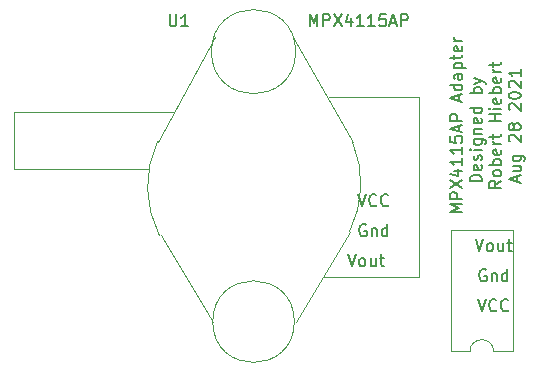
<source format=gbr>
%TF.GenerationSoftware,KiCad,Pcbnew,(5.1.6)-1*%
%TF.CreationDate,2021-08-29T15:44:04-07:00*%
%TF.ProjectId,MPX4115AP Adapter,4d505834-3131-4354-9150-204164617074,rev?*%
%TF.SameCoordinates,Original*%
%TF.FileFunction,Legend,Top*%
%TF.FilePolarity,Positive*%
%FSLAX46Y46*%
G04 Gerber Fmt 4.6, Leading zero omitted, Abs format (unit mm)*
G04 Created by KiCad (PCBNEW (5.1.6)-1) date 2021-08-29 15:44:04*
%MOMM*%
%LPD*%
G01*
G04 APERTURE LIST*
%ADD10C,0.150000*%
%ADD11C,0.120000*%
G04 APERTURE END LIST*
D10*
X154822380Y-67023333D02*
X153822380Y-67023333D01*
X154536666Y-66690000D01*
X153822380Y-66356666D01*
X154822380Y-66356666D01*
X154822380Y-65880476D02*
X153822380Y-65880476D01*
X153822380Y-65499523D01*
X153870000Y-65404285D01*
X153917619Y-65356666D01*
X154012857Y-65309047D01*
X154155714Y-65309047D01*
X154250952Y-65356666D01*
X154298571Y-65404285D01*
X154346190Y-65499523D01*
X154346190Y-65880476D01*
X153822380Y-64975714D02*
X154822380Y-64309047D01*
X153822380Y-64309047D02*
X154822380Y-64975714D01*
X154155714Y-63499523D02*
X154822380Y-63499523D01*
X153774761Y-63737619D02*
X154489047Y-63975714D01*
X154489047Y-63356666D01*
X154822380Y-62451904D02*
X154822380Y-63023333D01*
X154822380Y-62737619D02*
X153822380Y-62737619D01*
X153965238Y-62832857D01*
X154060476Y-62928095D01*
X154108095Y-63023333D01*
X154822380Y-61499523D02*
X154822380Y-62070952D01*
X154822380Y-61785238D02*
X153822380Y-61785238D01*
X153965238Y-61880476D01*
X154060476Y-61975714D01*
X154108095Y-62070952D01*
X153822380Y-60594761D02*
X153822380Y-61070952D01*
X154298571Y-61118571D01*
X154250952Y-61070952D01*
X154203333Y-60975714D01*
X154203333Y-60737619D01*
X154250952Y-60642380D01*
X154298571Y-60594761D01*
X154393809Y-60547142D01*
X154631904Y-60547142D01*
X154727142Y-60594761D01*
X154774761Y-60642380D01*
X154822380Y-60737619D01*
X154822380Y-60975714D01*
X154774761Y-61070952D01*
X154727142Y-61118571D01*
X154536666Y-60166190D02*
X154536666Y-59690000D01*
X154822380Y-60261428D02*
X153822380Y-59928095D01*
X154822380Y-59594761D01*
X154822380Y-59261428D02*
X153822380Y-59261428D01*
X153822380Y-58880476D01*
X153870000Y-58785238D01*
X153917619Y-58737619D01*
X154012857Y-58690000D01*
X154155714Y-58690000D01*
X154250952Y-58737619D01*
X154298571Y-58785238D01*
X154346190Y-58880476D01*
X154346190Y-59261428D01*
X154536666Y-57547142D02*
X154536666Y-57070952D01*
X154822380Y-57642380D02*
X153822380Y-57309047D01*
X154822380Y-56975714D01*
X154822380Y-56213809D02*
X153822380Y-56213809D01*
X154774761Y-56213809D02*
X154822380Y-56309047D01*
X154822380Y-56499523D01*
X154774761Y-56594761D01*
X154727142Y-56642380D01*
X154631904Y-56690000D01*
X154346190Y-56690000D01*
X154250952Y-56642380D01*
X154203333Y-56594761D01*
X154155714Y-56499523D01*
X154155714Y-56309047D01*
X154203333Y-56213809D01*
X154822380Y-55309047D02*
X154298571Y-55309047D01*
X154203333Y-55356666D01*
X154155714Y-55451904D01*
X154155714Y-55642380D01*
X154203333Y-55737619D01*
X154774761Y-55309047D02*
X154822380Y-55404285D01*
X154822380Y-55642380D01*
X154774761Y-55737619D01*
X154679523Y-55785238D01*
X154584285Y-55785238D01*
X154489047Y-55737619D01*
X154441428Y-55642380D01*
X154441428Y-55404285D01*
X154393809Y-55309047D01*
X154155714Y-54832857D02*
X155155714Y-54832857D01*
X154203333Y-54832857D02*
X154155714Y-54737619D01*
X154155714Y-54547142D01*
X154203333Y-54451904D01*
X154250952Y-54404285D01*
X154346190Y-54356666D01*
X154631904Y-54356666D01*
X154727142Y-54404285D01*
X154774761Y-54451904D01*
X154822380Y-54547142D01*
X154822380Y-54737619D01*
X154774761Y-54832857D01*
X154155714Y-54070952D02*
X154155714Y-53690000D01*
X153822380Y-53928095D02*
X154679523Y-53928095D01*
X154774761Y-53880476D01*
X154822380Y-53785238D01*
X154822380Y-53690000D01*
X154774761Y-52975714D02*
X154822380Y-53070952D01*
X154822380Y-53261428D01*
X154774761Y-53356666D01*
X154679523Y-53404285D01*
X154298571Y-53404285D01*
X154203333Y-53356666D01*
X154155714Y-53261428D01*
X154155714Y-53070952D01*
X154203333Y-52975714D01*
X154298571Y-52928095D01*
X154393809Y-52928095D01*
X154489047Y-53404285D01*
X154822380Y-52499523D02*
X154155714Y-52499523D01*
X154346190Y-52499523D02*
X154250952Y-52451904D01*
X154203333Y-52404285D01*
X154155714Y-52309047D01*
X154155714Y-52213809D01*
X156472380Y-64404285D02*
X155472380Y-64404285D01*
X155472380Y-64166190D01*
X155520000Y-64023333D01*
X155615238Y-63928095D01*
X155710476Y-63880476D01*
X155900952Y-63832857D01*
X156043809Y-63832857D01*
X156234285Y-63880476D01*
X156329523Y-63928095D01*
X156424761Y-64023333D01*
X156472380Y-64166190D01*
X156472380Y-64404285D01*
X156424761Y-63023333D02*
X156472380Y-63118571D01*
X156472380Y-63309047D01*
X156424761Y-63404285D01*
X156329523Y-63451904D01*
X155948571Y-63451904D01*
X155853333Y-63404285D01*
X155805714Y-63309047D01*
X155805714Y-63118571D01*
X155853333Y-63023333D01*
X155948571Y-62975714D01*
X156043809Y-62975714D01*
X156139047Y-63451904D01*
X156424761Y-62594761D02*
X156472380Y-62499523D01*
X156472380Y-62309047D01*
X156424761Y-62213809D01*
X156329523Y-62166190D01*
X156281904Y-62166190D01*
X156186666Y-62213809D01*
X156139047Y-62309047D01*
X156139047Y-62451904D01*
X156091428Y-62547142D01*
X155996190Y-62594761D01*
X155948571Y-62594761D01*
X155853333Y-62547142D01*
X155805714Y-62451904D01*
X155805714Y-62309047D01*
X155853333Y-62213809D01*
X156472380Y-61737619D02*
X155805714Y-61737619D01*
X155472380Y-61737619D02*
X155520000Y-61785238D01*
X155567619Y-61737619D01*
X155520000Y-61690000D01*
X155472380Y-61737619D01*
X155567619Y-61737619D01*
X155805714Y-60832857D02*
X156615238Y-60832857D01*
X156710476Y-60880476D01*
X156758095Y-60928095D01*
X156805714Y-61023333D01*
X156805714Y-61166190D01*
X156758095Y-61261428D01*
X156424761Y-60832857D02*
X156472380Y-60928095D01*
X156472380Y-61118571D01*
X156424761Y-61213809D01*
X156377142Y-61261428D01*
X156281904Y-61309047D01*
X155996190Y-61309047D01*
X155900952Y-61261428D01*
X155853333Y-61213809D01*
X155805714Y-61118571D01*
X155805714Y-60928095D01*
X155853333Y-60832857D01*
X155805714Y-60356666D02*
X156472380Y-60356666D01*
X155900952Y-60356666D02*
X155853333Y-60309047D01*
X155805714Y-60213809D01*
X155805714Y-60070952D01*
X155853333Y-59975714D01*
X155948571Y-59928095D01*
X156472380Y-59928095D01*
X156424761Y-59070952D02*
X156472380Y-59166190D01*
X156472380Y-59356666D01*
X156424761Y-59451904D01*
X156329523Y-59499523D01*
X155948571Y-59499523D01*
X155853333Y-59451904D01*
X155805714Y-59356666D01*
X155805714Y-59166190D01*
X155853333Y-59070952D01*
X155948571Y-59023333D01*
X156043809Y-59023333D01*
X156139047Y-59499523D01*
X156472380Y-58166190D02*
X155472380Y-58166190D01*
X156424761Y-58166190D02*
X156472380Y-58261428D01*
X156472380Y-58451904D01*
X156424761Y-58547142D01*
X156377142Y-58594761D01*
X156281904Y-58642380D01*
X155996190Y-58642380D01*
X155900952Y-58594761D01*
X155853333Y-58547142D01*
X155805714Y-58451904D01*
X155805714Y-58261428D01*
X155853333Y-58166190D01*
X156472380Y-56928095D02*
X155472380Y-56928095D01*
X155853333Y-56928095D02*
X155805714Y-56832857D01*
X155805714Y-56642380D01*
X155853333Y-56547142D01*
X155900952Y-56499523D01*
X155996190Y-56451904D01*
X156281904Y-56451904D01*
X156377142Y-56499523D01*
X156424761Y-56547142D01*
X156472380Y-56642380D01*
X156472380Y-56832857D01*
X156424761Y-56928095D01*
X155805714Y-56118571D02*
X156472380Y-55880476D01*
X155805714Y-55642380D02*
X156472380Y-55880476D01*
X156710476Y-55975714D01*
X156758095Y-56023333D01*
X156805714Y-56118571D01*
X158122380Y-64356666D02*
X157646190Y-64690000D01*
X158122380Y-64928095D02*
X157122380Y-64928095D01*
X157122380Y-64547142D01*
X157170000Y-64451904D01*
X157217619Y-64404285D01*
X157312857Y-64356666D01*
X157455714Y-64356666D01*
X157550952Y-64404285D01*
X157598571Y-64451904D01*
X157646190Y-64547142D01*
X157646190Y-64928095D01*
X158122380Y-63785238D02*
X158074761Y-63880476D01*
X158027142Y-63928095D01*
X157931904Y-63975714D01*
X157646190Y-63975714D01*
X157550952Y-63928095D01*
X157503333Y-63880476D01*
X157455714Y-63785238D01*
X157455714Y-63642380D01*
X157503333Y-63547142D01*
X157550952Y-63499523D01*
X157646190Y-63451904D01*
X157931904Y-63451904D01*
X158027142Y-63499523D01*
X158074761Y-63547142D01*
X158122380Y-63642380D01*
X158122380Y-63785238D01*
X158122380Y-63023333D02*
X157122380Y-63023333D01*
X157503333Y-63023333D02*
X157455714Y-62928095D01*
X157455714Y-62737619D01*
X157503333Y-62642380D01*
X157550952Y-62594761D01*
X157646190Y-62547142D01*
X157931904Y-62547142D01*
X158027142Y-62594761D01*
X158074761Y-62642380D01*
X158122380Y-62737619D01*
X158122380Y-62928095D01*
X158074761Y-63023333D01*
X158074761Y-61737619D02*
X158122380Y-61832857D01*
X158122380Y-62023333D01*
X158074761Y-62118571D01*
X157979523Y-62166190D01*
X157598571Y-62166190D01*
X157503333Y-62118571D01*
X157455714Y-62023333D01*
X157455714Y-61832857D01*
X157503333Y-61737619D01*
X157598571Y-61690000D01*
X157693809Y-61690000D01*
X157789047Y-62166190D01*
X158122380Y-61261428D02*
X157455714Y-61261428D01*
X157646190Y-61261428D02*
X157550952Y-61213809D01*
X157503333Y-61166190D01*
X157455714Y-61070952D01*
X157455714Y-60975714D01*
X157455714Y-60785238D02*
X157455714Y-60404285D01*
X157122380Y-60642380D02*
X157979523Y-60642380D01*
X158074761Y-60594761D01*
X158122380Y-60499523D01*
X158122380Y-60404285D01*
X158122380Y-59309047D02*
X157122380Y-59309047D01*
X157598571Y-59309047D02*
X157598571Y-58737619D01*
X158122380Y-58737619D02*
X157122380Y-58737619D01*
X158122380Y-58261428D02*
X157455714Y-58261428D01*
X157122380Y-58261428D02*
X157170000Y-58309047D01*
X157217619Y-58261428D01*
X157170000Y-58213809D01*
X157122380Y-58261428D01*
X157217619Y-58261428D01*
X158074761Y-57404285D02*
X158122380Y-57499523D01*
X158122380Y-57690000D01*
X158074761Y-57785238D01*
X157979523Y-57832857D01*
X157598571Y-57832857D01*
X157503333Y-57785238D01*
X157455714Y-57690000D01*
X157455714Y-57499523D01*
X157503333Y-57404285D01*
X157598571Y-57356666D01*
X157693809Y-57356666D01*
X157789047Y-57832857D01*
X158122380Y-56928095D02*
X157122380Y-56928095D01*
X157503333Y-56928095D02*
X157455714Y-56832857D01*
X157455714Y-56642380D01*
X157503333Y-56547142D01*
X157550952Y-56499523D01*
X157646190Y-56451904D01*
X157931904Y-56451904D01*
X158027142Y-56499523D01*
X158074761Y-56547142D01*
X158122380Y-56642380D01*
X158122380Y-56832857D01*
X158074761Y-56928095D01*
X158074761Y-55642380D02*
X158122380Y-55737619D01*
X158122380Y-55928095D01*
X158074761Y-56023333D01*
X157979523Y-56070952D01*
X157598571Y-56070952D01*
X157503333Y-56023333D01*
X157455714Y-55928095D01*
X157455714Y-55737619D01*
X157503333Y-55642380D01*
X157598571Y-55594761D01*
X157693809Y-55594761D01*
X157789047Y-56070952D01*
X158122380Y-55166190D02*
X157455714Y-55166190D01*
X157646190Y-55166190D02*
X157550952Y-55118571D01*
X157503333Y-55070952D01*
X157455714Y-54975714D01*
X157455714Y-54880476D01*
X157455714Y-54690000D02*
X157455714Y-54309047D01*
X157122380Y-54547142D02*
X157979523Y-54547142D01*
X158074761Y-54499523D01*
X158122380Y-54404285D01*
X158122380Y-54309047D01*
X159486666Y-64451904D02*
X159486666Y-63975714D01*
X159772380Y-64547142D02*
X158772380Y-64213809D01*
X159772380Y-63880476D01*
X159105714Y-63118571D02*
X159772380Y-63118571D01*
X159105714Y-63547142D02*
X159629523Y-63547142D01*
X159724761Y-63499523D01*
X159772380Y-63404285D01*
X159772380Y-63261428D01*
X159724761Y-63166190D01*
X159677142Y-63118571D01*
X159105714Y-62213809D02*
X159915238Y-62213809D01*
X160010476Y-62261428D01*
X160058095Y-62309047D01*
X160105714Y-62404285D01*
X160105714Y-62547142D01*
X160058095Y-62642380D01*
X159724761Y-62213809D02*
X159772380Y-62309047D01*
X159772380Y-62499523D01*
X159724761Y-62594761D01*
X159677142Y-62642380D01*
X159581904Y-62690000D01*
X159296190Y-62690000D01*
X159200952Y-62642380D01*
X159153333Y-62594761D01*
X159105714Y-62499523D01*
X159105714Y-62309047D01*
X159153333Y-62213809D01*
X158867619Y-61023333D02*
X158820000Y-60975714D01*
X158772380Y-60880476D01*
X158772380Y-60642380D01*
X158820000Y-60547142D01*
X158867619Y-60499523D01*
X158962857Y-60451904D01*
X159058095Y-60451904D01*
X159200952Y-60499523D01*
X159772380Y-61070952D01*
X159772380Y-60451904D01*
X159200952Y-59880476D02*
X159153333Y-59975714D01*
X159105714Y-60023333D01*
X159010476Y-60070952D01*
X158962857Y-60070952D01*
X158867619Y-60023333D01*
X158820000Y-59975714D01*
X158772380Y-59880476D01*
X158772380Y-59690000D01*
X158820000Y-59594761D01*
X158867619Y-59547142D01*
X158962857Y-59499523D01*
X159010476Y-59499523D01*
X159105714Y-59547142D01*
X159153333Y-59594761D01*
X159200952Y-59690000D01*
X159200952Y-59880476D01*
X159248571Y-59975714D01*
X159296190Y-60023333D01*
X159391428Y-60070952D01*
X159581904Y-60070952D01*
X159677142Y-60023333D01*
X159724761Y-59975714D01*
X159772380Y-59880476D01*
X159772380Y-59690000D01*
X159724761Y-59594761D01*
X159677142Y-59547142D01*
X159581904Y-59499523D01*
X159391428Y-59499523D01*
X159296190Y-59547142D01*
X159248571Y-59594761D01*
X159200952Y-59690000D01*
X158867619Y-58356666D02*
X158820000Y-58309047D01*
X158772380Y-58213809D01*
X158772380Y-57975714D01*
X158820000Y-57880476D01*
X158867619Y-57832857D01*
X158962857Y-57785238D01*
X159058095Y-57785238D01*
X159200952Y-57832857D01*
X159772380Y-58404285D01*
X159772380Y-57785238D01*
X158772380Y-57166190D02*
X158772380Y-57070952D01*
X158820000Y-56975714D01*
X158867619Y-56928095D01*
X158962857Y-56880476D01*
X159153333Y-56832857D01*
X159391428Y-56832857D01*
X159581904Y-56880476D01*
X159677142Y-56928095D01*
X159724761Y-56975714D01*
X159772380Y-57070952D01*
X159772380Y-57166190D01*
X159724761Y-57261428D01*
X159677142Y-57309047D01*
X159581904Y-57356666D01*
X159391428Y-57404285D01*
X159153333Y-57404285D01*
X158962857Y-57356666D01*
X158867619Y-57309047D01*
X158820000Y-57261428D01*
X158772380Y-57166190D01*
X158867619Y-56451904D02*
X158820000Y-56404285D01*
X158772380Y-56309047D01*
X158772380Y-56070952D01*
X158820000Y-55975714D01*
X158867619Y-55928095D01*
X158962857Y-55880476D01*
X159058095Y-55880476D01*
X159200952Y-55928095D01*
X159772380Y-56499523D01*
X159772380Y-55880476D01*
X159772380Y-54928095D02*
X159772380Y-55499523D01*
X159772380Y-55213809D02*
X158772380Y-55213809D01*
X158915238Y-55309047D01*
X159010476Y-55404285D01*
X159058095Y-55499523D01*
X155956190Y-69302380D02*
X156289523Y-70302380D01*
X156622857Y-69302380D01*
X157099047Y-70302380D02*
X157003809Y-70254761D01*
X156956190Y-70207142D01*
X156908571Y-70111904D01*
X156908571Y-69826190D01*
X156956190Y-69730952D01*
X157003809Y-69683333D01*
X157099047Y-69635714D01*
X157241904Y-69635714D01*
X157337142Y-69683333D01*
X157384761Y-69730952D01*
X157432380Y-69826190D01*
X157432380Y-70111904D01*
X157384761Y-70207142D01*
X157337142Y-70254761D01*
X157241904Y-70302380D01*
X157099047Y-70302380D01*
X158289523Y-69635714D02*
X158289523Y-70302380D01*
X157860952Y-69635714D02*
X157860952Y-70159523D01*
X157908571Y-70254761D01*
X158003809Y-70302380D01*
X158146666Y-70302380D01*
X158241904Y-70254761D01*
X158289523Y-70207142D01*
X158622857Y-69635714D02*
X159003809Y-69635714D01*
X158765714Y-69302380D02*
X158765714Y-70159523D01*
X158813333Y-70254761D01*
X158908571Y-70302380D01*
X159003809Y-70302380D01*
X156837142Y-71890000D02*
X156741904Y-71842380D01*
X156599047Y-71842380D01*
X156456190Y-71890000D01*
X156360952Y-71985238D01*
X156313333Y-72080476D01*
X156265714Y-72270952D01*
X156265714Y-72413809D01*
X156313333Y-72604285D01*
X156360952Y-72699523D01*
X156456190Y-72794761D01*
X156599047Y-72842380D01*
X156694285Y-72842380D01*
X156837142Y-72794761D01*
X156884761Y-72747142D01*
X156884761Y-72413809D01*
X156694285Y-72413809D01*
X157313333Y-72175714D02*
X157313333Y-72842380D01*
X157313333Y-72270952D02*
X157360952Y-72223333D01*
X157456190Y-72175714D01*
X157599047Y-72175714D01*
X157694285Y-72223333D01*
X157741904Y-72318571D01*
X157741904Y-72842380D01*
X158646666Y-72842380D02*
X158646666Y-71842380D01*
X158646666Y-72794761D02*
X158551428Y-72842380D01*
X158360952Y-72842380D01*
X158265714Y-72794761D01*
X158218095Y-72747142D01*
X158170476Y-72651904D01*
X158170476Y-72366190D01*
X158218095Y-72270952D01*
X158265714Y-72223333D01*
X158360952Y-72175714D01*
X158551428Y-72175714D01*
X158646666Y-72223333D01*
X156146666Y-74382380D02*
X156480000Y-75382380D01*
X156813333Y-74382380D01*
X157718095Y-75287142D02*
X157670476Y-75334761D01*
X157527619Y-75382380D01*
X157432380Y-75382380D01*
X157289523Y-75334761D01*
X157194285Y-75239523D01*
X157146666Y-75144285D01*
X157099047Y-74953809D01*
X157099047Y-74810952D01*
X157146666Y-74620476D01*
X157194285Y-74525238D01*
X157289523Y-74430000D01*
X157432380Y-74382380D01*
X157527619Y-74382380D01*
X157670476Y-74430000D01*
X157718095Y-74477619D01*
X158718095Y-75287142D02*
X158670476Y-75334761D01*
X158527619Y-75382380D01*
X158432380Y-75382380D01*
X158289523Y-75334761D01*
X158194285Y-75239523D01*
X158146666Y-75144285D01*
X158099047Y-74953809D01*
X158099047Y-74810952D01*
X158146666Y-74620476D01*
X158194285Y-74525238D01*
X158289523Y-74430000D01*
X158432380Y-74382380D01*
X158527619Y-74382380D01*
X158670476Y-74430000D01*
X158718095Y-74477619D01*
X145986666Y-65492380D02*
X146320000Y-66492380D01*
X146653333Y-65492380D01*
X147558095Y-66397142D02*
X147510476Y-66444761D01*
X147367619Y-66492380D01*
X147272380Y-66492380D01*
X147129523Y-66444761D01*
X147034285Y-66349523D01*
X146986666Y-66254285D01*
X146939047Y-66063809D01*
X146939047Y-65920952D01*
X146986666Y-65730476D01*
X147034285Y-65635238D01*
X147129523Y-65540000D01*
X147272380Y-65492380D01*
X147367619Y-65492380D01*
X147510476Y-65540000D01*
X147558095Y-65587619D01*
X148558095Y-66397142D02*
X148510476Y-66444761D01*
X148367619Y-66492380D01*
X148272380Y-66492380D01*
X148129523Y-66444761D01*
X148034285Y-66349523D01*
X147986666Y-66254285D01*
X147939047Y-66063809D01*
X147939047Y-65920952D01*
X147986666Y-65730476D01*
X148034285Y-65635238D01*
X148129523Y-65540000D01*
X148272380Y-65492380D01*
X148367619Y-65492380D01*
X148510476Y-65540000D01*
X148558095Y-65587619D01*
X146677142Y-68080000D02*
X146581904Y-68032380D01*
X146439047Y-68032380D01*
X146296190Y-68080000D01*
X146200952Y-68175238D01*
X146153333Y-68270476D01*
X146105714Y-68460952D01*
X146105714Y-68603809D01*
X146153333Y-68794285D01*
X146200952Y-68889523D01*
X146296190Y-68984761D01*
X146439047Y-69032380D01*
X146534285Y-69032380D01*
X146677142Y-68984761D01*
X146724761Y-68937142D01*
X146724761Y-68603809D01*
X146534285Y-68603809D01*
X147153333Y-68365714D02*
X147153333Y-69032380D01*
X147153333Y-68460952D02*
X147200952Y-68413333D01*
X147296190Y-68365714D01*
X147439047Y-68365714D01*
X147534285Y-68413333D01*
X147581904Y-68508571D01*
X147581904Y-69032380D01*
X148486666Y-69032380D02*
X148486666Y-68032380D01*
X148486666Y-68984761D02*
X148391428Y-69032380D01*
X148200952Y-69032380D01*
X148105714Y-68984761D01*
X148058095Y-68937142D01*
X148010476Y-68841904D01*
X148010476Y-68556190D01*
X148058095Y-68460952D01*
X148105714Y-68413333D01*
X148200952Y-68365714D01*
X148391428Y-68365714D01*
X148486666Y-68413333D01*
X145161190Y-70572380D02*
X145494523Y-71572380D01*
X145827857Y-70572380D01*
X146304047Y-71572380D02*
X146208809Y-71524761D01*
X146161190Y-71477142D01*
X146113571Y-71381904D01*
X146113571Y-71096190D01*
X146161190Y-71000952D01*
X146208809Y-70953333D01*
X146304047Y-70905714D01*
X146446904Y-70905714D01*
X146542142Y-70953333D01*
X146589761Y-71000952D01*
X146637380Y-71096190D01*
X146637380Y-71381904D01*
X146589761Y-71477142D01*
X146542142Y-71524761D01*
X146446904Y-71572380D01*
X146304047Y-71572380D01*
X147494523Y-70905714D02*
X147494523Y-71572380D01*
X147065952Y-70905714D02*
X147065952Y-71429523D01*
X147113571Y-71524761D01*
X147208809Y-71572380D01*
X147351666Y-71572380D01*
X147446904Y-71524761D01*
X147494523Y-71477142D01*
X147827857Y-70905714D02*
X148208809Y-70905714D01*
X147970714Y-70572380D02*
X147970714Y-71429523D01*
X148018333Y-71524761D01*
X148113571Y-71572380D01*
X148208809Y-71572380D01*
D11*
%TO.C,U1*%
X140725060Y-53416200D02*
G75*
G03*
X140725060Y-53416200I-3565060J0D01*
G01*
X140614774Y-76276200D02*
G75*
G03*
X140614774Y-76276200I-3454774J0D01*
G01*
X133858000Y-52146200D02*
X129032000Y-61036200D01*
X140716000Y-76276200D02*
X145288000Y-68656200D01*
X133705227Y-76276200D02*
X129286000Y-68910200D01*
X130302000Y-58496200D02*
X116840000Y-58496200D01*
X116840000Y-58496200D02*
X116840000Y-63322200D01*
X145540330Y-61077868D02*
X140462000Y-52146200D01*
X143510000Y-57226200D02*
X151130000Y-57226200D01*
X151130000Y-57226200D02*
X151130000Y-72466200D01*
X151130000Y-72466200D02*
X143002000Y-72466200D01*
X116840000Y-63322200D02*
X128270000Y-63322200D01*
X145540330Y-61077868D02*
G75*
G02*
X145287999Y-68656199I-8380330J-3514332D01*
G01*
X129183153Y-68963283D02*
G75*
G02*
X129032001Y-61036201I7976847J4117083D01*
G01*
%TO.C,U2*%
X153839400Y-78800000D02*
X155489400Y-78800000D01*
X153839400Y-68520000D02*
X153839400Y-78800000D01*
X159139400Y-68520000D02*
X153839400Y-68520000D01*
X159139400Y-78800000D02*
X159139400Y-68520000D01*
X157489400Y-78800000D02*
X159139400Y-78800000D01*
X155489400Y-78800000D02*
G75*
G02*
X157489400Y-78800000I1000000J0D01*
G01*
%TO.C,U1*%
D10*
X130048095Y-50252380D02*
X130048095Y-51061904D01*
X130095714Y-51157142D01*
X130143333Y-51204761D01*
X130238571Y-51252380D01*
X130429047Y-51252380D01*
X130524285Y-51204761D01*
X130571904Y-51157142D01*
X130619523Y-51061904D01*
X130619523Y-50252380D01*
X131619523Y-51252380D02*
X131048095Y-51252380D01*
X131333809Y-51252380D02*
X131333809Y-50252380D01*
X131238571Y-50395238D01*
X131143333Y-50490476D01*
X131048095Y-50538095D01*
X141907142Y-51252380D02*
X141907142Y-50252380D01*
X142240476Y-50966666D01*
X142573809Y-50252380D01*
X142573809Y-51252380D01*
X143050000Y-51252380D02*
X143050000Y-50252380D01*
X143430952Y-50252380D01*
X143526190Y-50300000D01*
X143573809Y-50347619D01*
X143621428Y-50442857D01*
X143621428Y-50585714D01*
X143573809Y-50680952D01*
X143526190Y-50728571D01*
X143430952Y-50776190D01*
X143050000Y-50776190D01*
X143954761Y-50252380D02*
X144621428Y-51252380D01*
X144621428Y-50252380D02*
X143954761Y-51252380D01*
X145430952Y-50585714D02*
X145430952Y-51252380D01*
X145192857Y-50204761D02*
X144954761Y-50919047D01*
X145573809Y-50919047D01*
X146478571Y-51252380D02*
X145907142Y-51252380D01*
X146192857Y-51252380D02*
X146192857Y-50252380D01*
X146097619Y-50395238D01*
X146002380Y-50490476D01*
X145907142Y-50538095D01*
X147430952Y-51252380D02*
X146859523Y-51252380D01*
X147145238Y-51252380D02*
X147145238Y-50252380D01*
X147050000Y-50395238D01*
X146954761Y-50490476D01*
X146859523Y-50538095D01*
X148335714Y-50252380D02*
X147859523Y-50252380D01*
X147811904Y-50728571D01*
X147859523Y-50680952D01*
X147954761Y-50633333D01*
X148192857Y-50633333D01*
X148288095Y-50680952D01*
X148335714Y-50728571D01*
X148383333Y-50823809D01*
X148383333Y-51061904D01*
X148335714Y-51157142D01*
X148288095Y-51204761D01*
X148192857Y-51252380D01*
X147954761Y-51252380D01*
X147859523Y-51204761D01*
X147811904Y-51157142D01*
X148764285Y-50966666D02*
X149240476Y-50966666D01*
X148669047Y-51252380D02*
X149002380Y-50252380D01*
X149335714Y-51252380D01*
X149669047Y-51252380D02*
X149669047Y-50252380D01*
X150050000Y-50252380D01*
X150145238Y-50300000D01*
X150192857Y-50347619D01*
X150240476Y-50442857D01*
X150240476Y-50585714D01*
X150192857Y-50680952D01*
X150145238Y-50728571D01*
X150050000Y-50776190D01*
X149669047Y-50776190D01*
%TD*%
M02*

</source>
